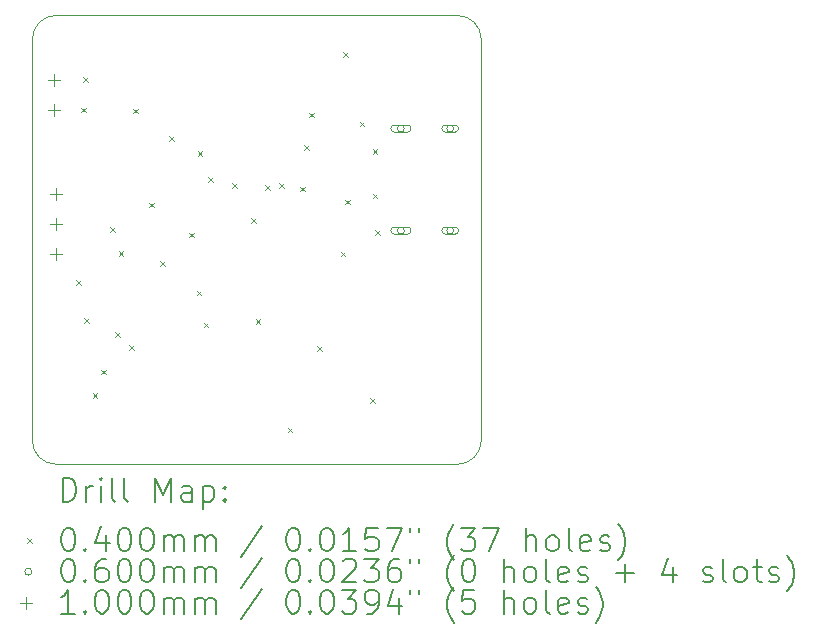
<source format=gbr>
%TF.GenerationSoftware,KiCad,Pcbnew,7.0.10*%
%TF.CreationDate,2024-02-28T00:57:32-06:00*%
%TF.ProjectId,sensingBoard,73656e73-696e-4674-926f-6172642e6b69,rev?*%
%TF.SameCoordinates,Original*%
%TF.FileFunction,Drillmap*%
%TF.FilePolarity,Positive*%
%FSLAX45Y45*%
G04 Gerber Fmt 4.5, Leading zero omitted, Abs format (unit mm)*
G04 Created by KiCad (PCBNEW 7.0.10) date 2024-02-28 00:57:32*
%MOMM*%
%LPD*%
G01*
G04 APERTURE LIST*
%ADD10C,0.100000*%
%ADD11C,0.200000*%
G04 APERTURE END LIST*
D10*
X8800000Y-5200000D02*
X8800000Y-8600000D01*
X8800000Y-5200000D02*
G75*
G03*
X8600000Y-5000000I-200000J0D01*
G01*
X5000000Y-8600000D02*
G75*
G03*
X5200000Y-8800000I200000J0D01*
G01*
X8600000Y-8800000D02*
G75*
G03*
X8800000Y-8600000I0J200000D01*
G01*
X5200000Y-5000000D02*
G75*
G03*
X5000000Y-5200000I0J-200000D01*
G01*
X5200000Y-5000000D02*
X8600000Y-5000000D01*
X5000000Y-8600000D02*
X5000000Y-5200000D01*
X8600000Y-8800000D02*
X5200000Y-8800000D01*
D11*
D10*
X5370000Y-7240000D02*
X5410000Y-7280000D01*
X5410000Y-7240000D02*
X5370000Y-7280000D01*
X5410000Y-5780000D02*
X5450000Y-5820000D01*
X5450000Y-5780000D02*
X5410000Y-5820000D01*
X5430000Y-5520000D02*
X5470000Y-5560000D01*
X5470000Y-5520000D02*
X5430000Y-5560000D01*
X5440000Y-7560000D02*
X5480000Y-7600000D01*
X5480000Y-7560000D02*
X5440000Y-7600000D01*
X5510000Y-8200000D02*
X5550000Y-8240000D01*
X5550000Y-8200000D02*
X5510000Y-8240000D01*
X5580000Y-8000000D02*
X5620000Y-8040000D01*
X5620000Y-8000000D02*
X5580000Y-8040000D01*
X5660000Y-6790000D02*
X5700000Y-6830000D01*
X5700000Y-6790000D02*
X5660000Y-6830000D01*
X5700000Y-7680000D02*
X5740000Y-7720000D01*
X5740000Y-7680000D02*
X5700000Y-7720000D01*
X5730000Y-6998000D02*
X5770000Y-7038000D01*
X5770000Y-6998000D02*
X5730000Y-7038000D01*
X5822000Y-7792500D02*
X5862000Y-7832500D01*
X5862000Y-7792500D02*
X5822000Y-7832500D01*
X5850000Y-5790000D02*
X5890000Y-5830000D01*
X5890000Y-5790000D02*
X5850000Y-5830000D01*
X5990000Y-6584000D02*
X6030000Y-6624000D01*
X6030000Y-6584000D02*
X5990000Y-6624000D01*
X6080000Y-7083000D02*
X6120000Y-7123000D01*
X6120000Y-7083000D02*
X6080000Y-7123000D01*
X6160000Y-6020000D02*
X6200000Y-6060000D01*
X6200000Y-6020000D02*
X6160000Y-6060000D01*
X6330000Y-6838000D02*
X6370000Y-6878000D01*
X6370000Y-6838000D02*
X6330000Y-6878000D01*
X6389844Y-7329844D02*
X6429844Y-7369844D01*
X6429844Y-7329844D02*
X6389844Y-7369844D01*
X6400000Y-6150000D02*
X6440000Y-6190000D01*
X6440000Y-6150000D02*
X6400000Y-6190000D01*
X6450000Y-7600000D02*
X6490000Y-7640000D01*
X6490000Y-7600000D02*
X6450000Y-7640000D01*
X6490000Y-6370000D02*
X6530000Y-6410000D01*
X6530000Y-6370000D02*
X6490000Y-6410000D01*
X6690000Y-6420000D02*
X6730000Y-6460000D01*
X6730000Y-6420000D02*
X6690000Y-6460000D01*
X6852500Y-6715987D02*
X6892500Y-6755987D01*
X6892500Y-6715987D02*
X6852500Y-6755987D01*
X6890000Y-7570000D02*
X6930000Y-7610000D01*
X6930000Y-7570000D02*
X6890000Y-7610000D01*
X6973633Y-6434888D02*
X7013633Y-6474888D01*
X7013633Y-6434888D02*
X6973633Y-6474888D01*
X7092000Y-6420000D02*
X7132000Y-6460000D01*
X7132000Y-6420000D02*
X7092000Y-6460000D01*
X7160000Y-8490000D02*
X7200000Y-8530000D01*
X7200000Y-8490000D02*
X7160000Y-8530000D01*
X7270000Y-6450000D02*
X7310000Y-6490000D01*
X7310000Y-6450000D02*
X7270000Y-6490000D01*
X7300000Y-6100000D02*
X7340000Y-6140000D01*
X7340000Y-6100000D02*
X7300000Y-6140000D01*
X7346000Y-5822000D02*
X7386000Y-5862000D01*
X7386000Y-5822000D02*
X7346000Y-5862000D01*
X7410000Y-7800000D02*
X7450000Y-7840000D01*
X7450000Y-7800000D02*
X7410000Y-7840000D01*
X7610000Y-7000000D02*
X7650000Y-7040000D01*
X7650000Y-7000000D02*
X7610000Y-7040000D01*
X7630000Y-5310000D02*
X7670000Y-5350000D01*
X7670000Y-5310000D02*
X7630000Y-5350000D01*
X7650000Y-6560000D02*
X7690000Y-6600000D01*
X7690000Y-6560000D02*
X7650000Y-6600000D01*
X7770000Y-5900000D02*
X7810000Y-5940000D01*
X7810000Y-5900000D02*
X7770000Y-5940000D01*
X7860000Y-8240000D02*
X7900000Y-8280000D01*
X7900000Y-8240000D02*
X7860000Y-8280000D01*
X7880000Y-6130000D02*
X7920000Y-6170000D01*
X7920000Y-6130000D02*
X7880000Y-6170000D01*
X7880000Y-6510000D02*
X7920000Y-6550000D01*
X7920000Y-6510000D02*
X7880000Y-6550000D01*
X7900000Y-6820000D02*
X7940000Y-6860000D01*
X7940000Y-6820000D02*
X7900000Y-6860000D01*
X8149500Y-5958000D02*
G75*
G03*
X8089500Y-5958000I-30000J0D01*
G01*
X8089500Y-5958000D02*
G75*
G03*
X8149500Y-5958000I30000J0D01*
G01*
X8064500Y-5988000D02*
X8174500Y-5988000D01*
X8174500Y-5988000D02*
G75*
G03*
X8174500Y-5928000I0J30000D01*
G01*
X8174500Y-5928000D02*
X8064500Y-5928000D01*
X8064500Y-5928000D02*
G75*
G03*
X8064500Y-5988000I0J-30000D01*
G01*
X8149500Y-6822000D02*
G75*
G03*
X8089500Y-6822000I-30000J0D01*
G01*
X8089500Y-6822000D02*
G75*
G03*
X8149500Y-6822000I30000J0D01*
G01*
X8064500Y-6852000D02*
X8174500Y-6852000D01*
X8174500Y-6852000D02*
G75*
G03*
X8174500Y-6792000I0J30000D01*
G01*
X8174500Y-6792000D02*
X8064500Y-6792000D01*
X8064500Y-6792000D02*
G75*
G03*
X8064500Y-6852000I0J-30000D01*
G01*
X8567500Y-5958000D02*
G75*
G03*
X8507500Y-5958000I-30000J0D01*
G01*
X8507500Y-5958000D02*
G75*
G03*
X8567500Y-5958000I30000J0D01*
G01*
X8497500Y-5988000D02*
X8577500Y-5988000D01*
X8577500Y-5988000D02*
G75*
G03*
X8577500Y-5928000I0J30000D01*
G01*
X8577500Y-5928000D02*
X8497500Y-5928000D01*
X8497500Y-5928000D02*
G75*
G03*
X8497500Y-5988000I0J-30000D01*
G01*
X8567500Y-6822000D02*
G75*
G03*
X8507500Y-6822000I-30000J0D01*
G01*
X8507500Y-6822000D02*
G75*
G03*
X8567500Y-6822000I30000J0D01*
G01*
X8497500Y-6852000D02*
X8577500Y-6852000D01*
X8577500Y-6852000D02*
G75*
G03*
X8577500Y-6792000I0J30000D01*
G01*
X8577500Y-6792000D02*
X8497500Y-6792000D01*
X8497500Y-6792000D02*
G75*
G03*
X8497500Y-6852000I0J-30000D01*
G01*
X5180000Y-5496000D02*
X5180000Y-5596000D01*
X5130000Y-5546000D02*
X5230000Y-5546000D01*
X5180000Y-5750000D02*
X5180000Y-5850000D01*
X5130000Y-5800000D02*
X5230000Y-5800000D01*
X5200000Y-6460000D02*
X5200000Y-6560000D01*
X5150000Y-6510000D02*
X5250000Y-6510000D01*
X5200000Y-6714000D02*
X5200000Y-6814000D01*
X5150000Y-6764000D02*
X5250000Y-6764000D01*
X5200000Y-6968000D02*
X5200000Y-7068000D01*
X5150000Y-7018000D02*
X5250000Y-7018000D01*
D11*
X5255777Y-9116484D02*
X5255777Y-8916484D01*
X5255777Y-8916484D02*
X5303396Y-8916484D01*
X5303396Y-8916484D02*
X5331967Y-8926008D01*
X5331967Y-8926008D02*
X5351015Y-8945055D01*
X5351015Y-8945055D02*
X5360539Y-8964103D01*
X5360539Y-8964103D02*
X5370063Y-9002198D01*
X5370063Y-9002198D02*
X5370063Y-9030770D01*
X5370063Y-9030770D02*
X5360539Y-9068865D01*
X5360539Y-9068865D02*
X5351015Y-9087912D01*
X5351015Y-9087912D02*
X5331967Y-9106960D01*
X5331967Y-9106960D02*
X5303396Y-9116484D01*
X5303396Y-9116484D02*
X5255777Y-9116484D01*
X5455777Y-9116484D02*
X5455777Y-8983150D01*
X5455777Y-9021246D02*
X5465301Y-9002198D01*
X5465301Y-9002198D02*
X5474824Y-8992674D01*
X5474824Y-8992674D02*
X5493872Y-8983150D01*
X5493872Y-8983150D02*
X5512920Y-8983150D01*
X5579586Y-9116484D02*
X5579586Y-8983150D01*
X5579586Y-8916484D02*
X5570063Y-8926008D01*
X5570063Y-8926008D02*
X5579586Y-8935531D01*
X5579586Y-8935531D02*
X5589110Y-8926008D01*
X5589110Y-8926008D02*
X5579586Y-8916484D01*
X5579586Y-8916484D02*
X5579586Y-8935531D01*
X5703396Y-9116484D02*
X5684348Y-9106960D01*
X5684348Y-9106960D02*
X5674824Y-9087912D01*
X5674824Y-9087912D02*
X5674824Y-8916484D01*
X5808158Y-9116484D02*
X5789110Y-9106960D01*
X5789110Y-9106960D02*
X5779586Y-9087912D01*
X5779586Y-9087912D02*
X5779586Y-8916484D01*
X6036729Y-9116484D02*
X6036729Y-8916484D01*
X6036729Y-8916484D02*
X6103396Y-9059341D01*
X6103396Y-9059341D02*
X6170062Y-8916484D01*
X6170062Y-8916484D02*
X6170062Y-9116484D01*
X6351015Y-9116484D02*
X6351015Y-9011722D01*
X6351015Y-9011722D02*
X6341491Y-8992674D01*
X6341491Y-8992674D02*
X6322443Y-8983150D01*
X6322443Y-8983150D02*
X6284348Y-8983150D01*
X6284348Y-8983150D02*
X6265301Y-8992674D01*
X6351015Y-9106960D02*
X6331967Y-9116484D01*
X6331967Y-9116484D02*
X6284348Y-9116484D01*
X6284348Y-9116484D02*
X6265301Y-9106960D01*
X6265301Y-9106960D02*
X6255777Y-9087912D01*
X6255777Y-9087912D02*
X6255777Y-9068865D01*
X6255777Y-9068865D02*
X6265301Y-9049817D01*
X6265301Y-9049817D02*
X6284348Y-9040293D01*
X6284348Y-9040293D02*
X6331967Y-9040293D01*
X6331967Y-9040293D02*
X6351015Y-9030770D01*
X6446253Y-8983150D02*
X6446253Y-9183150D01*
X6446253Y-8992674D02*
X6465301Y-8983150D01*
X6465301Y-8983150D02*
X6503396Y-8983150D01*
X6503396Y-8983150D02*
X6522443Y-8992674D01*
X6522443Y-8992674D02*
X6531967Y-9002198D01*
X6531967Y-9002198D02*
X6541491Y-9021246D01*
X6541491Y-9021246D02*
X6541491Y-9078389D01*
X6541491Y-9078389D02*
X6531967Y-9097436D01*
X6531967Y-9097436D02*
X6522443Y-9106960D01*
X6522443Y-9106960D02*
X6503396Y-9116484D01*
X6503396Y-9116484D02*
X6465301Y-9116484D01*
X6465301Y-9116484D02*
X6446253Y-9106960D01*
X6627205Y-9097436D02*
X6636729Y-9106960D01*
X6636729Y-9106960D02*
X6627205Y-9116484D01*
X6627205Y-9116484D02*
X6617682Y-9106960D01*
X6617682Y-9106960D02*
X6627205Y-9097436D01*
X6627205Y-9097436D02*
X6627205Y-9116484D01*
X6627205Y-8992674D02*
X6636729Y-9002198D01*
X6636729Y-9002198D02*
X6627205Y-9011722D01*
X6627205Y-9011722D02*
X6617682Y-9002198D01*
X6617682Y-9002198D02*
X6627205Y-8992674D01*
X6627205Y-8992674D02*
X6627205Y-9011722D01*
D10*
X4955000Y-9425000D02*
X4995000Y-9465000D01*
X4995000Y-9425000D02*
X4955000Y-9465000D01*
D11*
X5293872Y-9336484D02*
X5312920Y-9336484D01*
X5312920Y-9336484D02*
X5331967Y-9346008D01*
X5331967Y-9346008D02*
X5341491Y-9355531D01*
X5341491Y-9355531D02*
X5351015Y-9374579D01*
X5351015Y-9374579D02*
X5360539Y-9412674D01*
X5360539Y-9412674D02*
X5360539Y-9460293D01*
X5360539Y-9460293D02*
X5351015Y-9498389D01*
X5351015Y-9498389D02*
X5341491Y-9517436D01*
X5341491Y-9517436D02*
X5331967Y-9526960D01*
X5331967Y-9526960D02*
X5312920Y-9536484D01*
X5312920Y-9536484D02*
X5293872Y-9536484D01*
X5293872Y-9536484D02*
X5274824Y-9526960D01*
X5274824Y-9526960D02*
X5265301Y-9517436D01*
X5265301Y-9517436D02*
X5255777Y-9498389D01*
X5255777Y-9498389D02*
X5246253Y-9460293D01*
X5246253Y-9460293D02*
X5246253Y-9412674D01*
X5246253Y-9412674D02*
X5255777Y-9374579D01*
X5255777Y-9374579D02*
X5265301Y-9355531D01*
X5265301Y-9355531D02*
X5274824Y-9346008D01*
X5274824Y-9346008D02*
X5293872Y-9336484D01*
X5446253Y-9517436D02*
X5455777Y-9526960D01*
X5455777Y-9526960D02*
X5446253Y-9536484D01*
X5446253Y-9536484D02*
X5436729Y-9526960D01*
X5436729Y-9526960D02*
X5446253Y-9517436D01*
X5446253Y-9517436D02*
X5446253Y-9536484D01*
X5627205Y-9403150D02*
X5627205Y-9536484D01*
X5579586Y-9326960D02*
X5531967Y-9469817D01*
X5531967Y-9469817D02*
X5655777Y-9469817D01*
X5770062Y-9336484D02*
X5789110Y-9336484D01*
X5789110Y-9336484D02*
X5808158Y-9346008D01*
X5808158Y-9346008D02*
X5817682Y-9355531D01*
X5817682Y-9355531D02*
X5827205Y-9374579D01*
X5827205Y-9374579D02*
X5836729Y-9412674D01*
X5836729Y-9412674D02*
X5836729Y-9460293D01*
X5836729Y-9460293D02*
X5827205Y-9498389D01*
X5827205Y-9498389D02*
X5817682Y-9517436D01*
X5817682Y-9517436D02*
X5808158Y-9526960D01*
X5808158Y-9526960D02*
X5789110Y-9536484D01*
X5789110Y-9536484D02*
X5770062Y-9536484D01*
X5770062Y-9536484D02*
X5751015Y-9526960D01*
X5751015Y-9526960D02*
X5741491Y-9517436D01*
X5741491Y-9517436D02*
X5731967Y-9498389D01*
X5731967Y-9498389D02*
X5722443Y-9460293D01*
X5722443Y-9460293D02*
X5722443Y-9412674D01*
X5722443Y-9412674D02*
X5731967Y-9374579D01*
X5731967Y-9374579D02*
X5741491Y-9355531D01*
X5741491Y-9355531D02*
X5751015Y-9346008D01*
X5751015Y-9346008D02*
X5770062Y-9336484D01*
X5960539Y-9336484D02*
X5979586Y-9336484D01*
X5979586Y-9336484D02*
X5998634Y-9346008D01*
X5998634Y-9346008D02*
X6008158Y-9355531D01*
X6008158Y-9355531D02*
X6017682Y-9374579D01*
X6017682Y-9374579D02*
X6027205Y-9412674D01*
X6027205Y-9412674D02*
X6027205Y-9460293D01*
X6027205Y-9460293D02*
X6017682Y-9498389D01*
X6017682Y-9498389D02*
X6008158Y-9517436D01*
X6008158Y-9517436D02*
X5998634Y-9526960D01*
X5998634Y-9526960D02*
X5979586Y-9536484D01*
X5979586Y-9536484D02*
X5960539Y-9536484D01*
X5960539Y-9536484D02*
X5941491Y-9526960D01*
X5941491Y-9526960D02*
X5931967Y-9517436D01*
X5931967Y-9517436D02*
X5922443Y-9498389D01*
X5922443Y-9498389D02*
X5912920Y-9460293D01*
X5912920Y-9460293D02*
X5912920Y-9412674D01*
X5912920Y-9412674D02*
X5922443Y-9374579D01*
X5922443Y-9374579D02*
X5931967Y-9355531D01*
X5931967Y-9355531D02*
X5941491Y-9346008D01*
X5941491Y-9346008D02*
X5960539Y-9336484D01*
X6112920Y-9536484D02*
X6112920Y-9403150D01*
X6112920Y-9422198D02*
X6122443Y-9412674D01*
X6122443Y-9412674D02*
X6141491Y-9403150D01*
X6141491Y-9403150D02*
X6170063Y-9403150D01*
X6170063Y-9403150D02*
X6189110Y-9412674D01*
X6189110Y-9412674D02*
X6198634Y-9431722D01*
X6198634Y-9431722D02*
X6198634Y-9536484D01*
X6198634Y-9431722D02*
X6208158Y-9412674D01*
X6208158Y-9412674D02*
X6227205Y-9403150D01*
X6227205Y-9403150D02*
X6255777Y-9403150D01*
X6255777Y-9403150D02*
X6274824Y-9412674D01*
X6274824Y-9412674D02*
X6284348Y-9431722D01*
X6284348Y-9431722D02*
X6284348Y-9536484D01*
X6379586Y-9536484D02*
X6379586Y-9403150D01*
X6379586Y-9422198D02*
X6389110Y-9412674D01*
X6389110Y-9412674D02*
X6408158Y-9403150D01*
X6408158Y-9403150D02*
X6436729Y-9403150D01*
X6436729Y-9403150D02*
X6455777Y-9412674D01*
X6455777Y-9412674D02*
X6465301Y-9431722D01*
X6465301Y-9431722D02*
X6465301Y-9536484D01*
X6465301Y-9431722D02*
X6474824Y-9412674D01*
X6474824Y-9412674D02*
X6493872Y-9403150D01*
X6493872Y-9403150D02*
X6522443Y-9403150D01*
X6522443Y-9403150D02*
X6541491Y-9412674D01*
X6541491Y-9412674D02*
X6551015Y-9431722D01*
X6551015Y-9431722D02*
X6551015Y-9536484D01*
X6941491Y-9326960D02*
X6770063Y-9584103D01*
X7198634Y-9336484D02*
X7217682Y-9336484D01*
X7217682Y-9336484D02*
X7236729Y-9346008D01*
X7236729Y-9346008D02*
X7246253Y-9355531D01*
X7246253Y-9355531D02*
X7255777Y-9374579D01*
X7255777Y-9374579D02*
X7265301Y-9412674D01*
X7265301Y-9412674D02*
X7265301Y-9460293D01*
X7265301Y-9460293D02*
X7255777Y-9498389D01*
X7255777Y-9498389D02*
X7246253Y-9517436D01*
X7246253Y-9517436D02*
X7236729Y-9526960D01*
X7236729Y-9526960D02*
X7217682Y-9536484D01*
X7217682Y-9536484D02*
X7198634Y-9536484D01*
X7198634Y-9536484D02*
X7179586Y-9526960D01*
X7179586Y-9526960D02*
X7170063Y-9517436D01*
X7170063Y-9517436D02*
X7160539Y-9498389D01*
X7160539Y-9498389D02*
X7151015Y-9460293D01*
X7151015Y-9460293D02*
X7151015Y-9412674D01*
X7151015Y-9412674D02*
X7160539Y-9374579D01*
X7160539Y-9374579D02*
X7170063Y-9355531D01*
X7170063Y-9355531D02*
X7179586Y-9346008D01*
X7179586Y-9346008D02*
X7198634Y-9336484D01*
X7351015Y-9517436D02*
X7360539Y-9526960D01*
X7360539Y-9526960D02*
X7351015Y-9536484D01*
X7351015Y-9536484D02*
X7341491Y-9526960D01*
X7341491Y-9526960D02*
X7351015Y-9517436D01*
X7351015Y-9517436D02*
X7351015Y-9536484D01*
X7484348Y-9336484D02*
X7503396Y-9336484D01*
X7503396Y-9336484D02*
X7522444Y-9346008D01*
X7522444Y-9346008D02*
X7531967Y-9355531D01*
X7531967Y-9355531D02*
X7541491Y-9374579D01*
X7541491Y-9374579D02*
X7551015Y-9412674D01*
X7551015Y-9412674D02*
X7551015Y-9460293D01*
X7551015Y-9460293D02*
X7541491Y-9498389D01*
X7541491Y-9498389D02*
X7531967Y-9517436D01*
X7531967Y-9517436D02*
X7522444Y-9526960D01*
X7522444Y-9526960D02*
X7503396Y-9536484D01*
X7503396Y-9536484D02*
X7484348Y-9536484D01*
X7484348Y-9536484D02*
X7465301Y-9526960D01*
X7465301Y-9526960D02*
X7455777Y-9517436D01*
X7455777Y-9517436D02*
X7446253Y-9498389D01*
X7446253Y-9498389D02*
X7436729Y-9460293D01*
X7436729Y-9460293D02*
X7436729Y-9412674D01*
X7436729Y-9412674D02*
X7446253Y-9374579D01*
X7446253Y-9374579D02*
X7455777Y-9355531D01*
X7455777Y-9355531D02*
X7465301Y-9346008D01*
X7465301Y-9346008D02*
X7484348Y-9336484D01*
X7741491Y-9536484D02*
X7627206Y-9536484D01*
X7684348Y-9536484D02*
X7684348Y-9336484D01*
X7684348Y-9336484D02*
X7665301Y-9365055D01*
X7665301Y-9365055D02*
X7646253Y-9384103D01*
X7646253Y-9384103D02*
X7627206Y-9393627D01*
X7922444Y-9336484D02*
X7827206Y-9336484D01*
X7827206Y-9336484D02*
X7817682Y-9431722D01*
X7817682Y-9431722D02*
X7827206Y-9422198D01*
X7827206Y-9422198D02*
X7846253Y-9412674D01*
X7846253Y-9412674D02*
X7893872Y-9412674D01*
X7893872Y-9412674D02*
X7912920Y-9422198D01*
X7912920Y-9422198D02*
X7922444Y-9431722D01*
X7922444Y-9431722D02*
X7931967Y-9450770D01*
X7931967Y-9450770D02*
X7931967Y-9498389D01*
X7931967Y-9498389D02*
X7922444Y-9517436D01*
X7922444Y-9517436D02*
X7912920Y-9526960D01*
X7912920Y-9526960D02*
X7893872Y-9536484D01*
X7893872Y-9536484D02*
X7846253Y-9536484D01*
X7846253Y-9536484D02*
X7827206Y-9526960D01*
X7827206Y-9526960D02*
X7817682Y-9517436D01*
X7998634Y-9336484D02*
X8131967Y-9336484D01*
X8131967Y-9336484D02*
X8046253Y-9536484D01*
X8198634Y-9336484D02*
X8198634Y-9374579D01*
X8274825Y-9336484D02*
X8274825Y-9374579D01*
X8570063Y-9612674D02*
X8560539Y-9603150D01*
X8560539Y-9603150D02*
X8541491Y-9574579D01*
X8541491Y-9574579D02*
X8531968Y-9555531D01*
X8531968Y-9555531D02*
X8522444Y-9526960D01*
X8522444Y-9526960D02*
X8512920Y-9479341D01*
X8512920Y-9479341D02*
X8512920Y-9441246D01*
X8512920Y-9441246D02*
X8522444Y-9393627D01*
X8522444Y-9393627D02*
X8531968Y-9365055D01*
X8531968Y-9365055D02*
X8541491Y-9346008D01*
X8541491Y-9346008D02*
X8560539Y-9317436D01*
X8560539Y-9317436D02*
X8570063Y-9307912D01*
X8627206Y-9336484D02*
X8751015Y-9336484D01*
X8751015Y-9336484D02*
X8684349Y-9412674D01*
X8684349Y-9412674D02*
X8712920Y-9412674D01*
X8712920Y-9412674D02*
X8731968Y-9422198D01*
X8731968Y-9422198D02*
X8741491Y-9431722D01*
X8741491Y-9431722D02*
X8751015Y-9450770D01*
X8751015Y-9450770D02*
X8751015Y-9498389D01*
X8751015Y-9498389D02*
X8741491Y-9517436D01*
X8741491Y-9517436D02*
X8731968Y-9526960D01*
X8731968Y-9526960D02*
X8712920Y-9536484D01*
X8712920Y-9536484D02*
X8655777Y-9536484D01*
X8655777Y-9536484D02*
X8636730Y-9526960D01*
X8636730Y-9526960D02*
X8627206Y-9517436D01*
X8817682Y-9336484D02*
X8951015Y-9336484D01*
X8951015Y-9336484D02*
X8865301Y-9536484D01*
X9179587Y-9536484D02*
X9179587Y-9336484D01*
X9265301Y-9536484D02*
X9265301Y-9431722D01*
X9265301Y-9431722D02*
X9255777Y-9412674D01*
X9255777Y-9412674D02*
X9236730Y-9403150D01*
X9236730Y-9403150D02*
X9208158Y-9403150D01*
X9208158Y-9403150D02*
X9189111Y-9412674D01*
X9189111Y-9412674D02*
X9179587Y-9422198D01*
X9389111Y-9536484D02*
X9370063Y-9526960D01*
X9370063Y-9526960D02*
X9360539Y-9517436D01*
X9360539Y-9517436D02*
X9351015Y-9498389D01*
X9351015Y-9498389D02*
X9351015Y-9441246D01*
X9351015Y-9441246D02*
X9360539Y-9422198D01*
X9360539Y-9422198D02*
X9370063Y-9412674D01*
X9370063Y-9412674D02*
X9389111Y-9403150D01*
X9389111Y-9403150D02*
X9417682Y-9403150D01*
X9417682Y-9403150D02*
X9436730Y-9412674D01*
X9436730Y-9412674D02*
X9446253Y-9422198D01*
X9446253Y-9422198D02*
X9455777Y-9441246D01*
X9455777Y-9441246D02*
X9455777Y-9498389D01*
X9455777Y-9498389D02*
X9446253Y-9517436D01*
X9446253Y-9517436D02*
X9436730Y-9526960D01*
X9436730Y-9526960D02*
X9417682Y-9536484D01*
X9417682Y-9536484D02*
X9389111Y-9536484D01*
X9570063Y-9536484D02*
X9551015Y-9526960D01*
X9551015Y-9526960D02*
X9541492Y-9507912D01*
X9541492Y-9507912D02*
X9541492Y-9336484D01*
X9722444Y-9526960D02*
X9703396Y-9536484D01*
X9703396Y-9536484D02*
X9665301Y-9536484D01*
X9665301Y-9536484D02*
X9646253Y-9526960D01*
X9646253Y-9526960D02*
X9636730Y-9507912D01*
X9636730Y-9507912D02*
X9636730Y-9431722D01*
X9636730Y-9431722D02*
X9646253Y-9412674D01*
X9646253Y-9412674D02*
X9665301Y-9403150D01*
X9665301Y-9403150D02*
X9703396Y-9403150D01*
X9703396Y-9403150D02*
X9722444Y-9412674D01*
X9722444Y-9412674D02*
X9731968Y-9431722D01*
X9731968Y-9431722D02*
X9731968Y-9450770D01*
X9731968Y-9450770D02*
X9636730Y-9469817D01*
X9808158Y-9526960D02*
X9827206Y-9536484D01*
X9827206Y-9536484D02*
X9865301Y-9536484D01*
X9865301Y-9536484D02*
X9884349Y-9526960D01*
X9884349Y-9526960D02*
X9893873Y-9507912D01*
X9893873Y-9507912D02*
X9893873Y-9498389D01*
X9893873Y-9498389D02*
X9884349Y-9479341D01*
X9884349Y-9479341D02*
X9865301Y-9469817D01*
X9865301Y-9469817D02*
X9836730Y-9469817D01*
X9836730Y-9469817D02*
X9817682Y-9460293D01*
X9817682Y-9460293D02*
X9808158Y-9441246D01*
X9808158Y-9441246D02*
X9808158Y-9431722D01*
X9808158Y-9431722D02*
X9817682Y-9412674D01*
X9817682Y-9412674D02*
X9836730Y-9403150D01*
X9836730Y-9403150D02*
X9865301Y-9403150D01*
X9865301Y-9403150D02*
X9884349Y-9412674D01*
X9960539Y-9612674D02*
X9970063Y-9603150D01*
X9970063Y-9603150D02*
X9989111Y-9574579D01*
X9989111Y-9574579D02*
X9998634Y-9555531D01*
X9998634Y-9555531D02*
X10008158Y-9526960D01*
X10008158Y-9526960D02*
X10017682Y-9479341D01*
X10017682Y-9479341D02*
X10017682Y-9441246D01*
X10017682Y-9441246D02*
X10008158Y-9393627D01*
X10008158Y-9393627D02*
X9998634Y-9365055D01*
X9998634Y-9365055D02*
X9989111Y-9346008D01*
X9989111Y-9346008D02*
X9970063Y-9317436D01*
X9970063Y-9317436D02*
X9960539Y-9307912D01*
D10*
X4995000Y-9709000D02*
G75*
G03*
X4935000Y-9709000I-30000J0D01*
G01*
X4935000Y-9709000D02*
G75*
G03*
X4995000Y-9709000I30000J0D01*
G01*
D11*
X5293872Y-9600484D02*
X5312920Y-9600484D01*
X5312920Y-9600484D02*
X5331967Y-9610008D01*
X5331967Y-9610008D02*
X5341491Y-9619531D01*
X5341491Y-9619531D02*
X5351015Y-9638579D01*
X5351015Y-9638579D02*
X5360539Y-9676674D01*
X5360539Y-9676674D02*
X5360539Y-9724293D01*
X5360539Y-9724293D02*
X5351015Y-9762389D01*
X5351015Y-9762389D02*
X5341491Y-9781436D01*
X5341491Y-9781436D02*
X5331967Y-9790960D01*
X5331967Y-9790960D02*
X5312920Y-9800484D01*
X5312920Y-9800484D02*
X5293872Y-9800484D01*
X5293872Y-9800484D02*
X5274824Y-9790960D01*
X5274824Y-9790960D02*
X5265301Y-9781436D01*
X5265301Y-9781436D02*
X5255777Y-9762389D01*
X5255777Y-9762389D02*
X5246253Y-9724293D01*
X5246253Y-9724293D02*
X5246253Y-9676674D01*
X5246253Y-9676674D02*
X5255777Y-9638579D01*
X5255777Y-9638579D02*
X5265301Y-9619531D01*
X5265301Y-9619531D02*
X5274824Y-9610008D01*
X5274824Y-9610008D02*
X5293872Y-9600484D01*
X5446253Y-9781436D02*
X5455777Y-9790960D01*
X5455777Y-9790960D02*
X5446253Y-9800484D01*
X5446253Y-9800484D02*
X5436729Y-9790960D01*
X5436729Y-9790960D02*
X5446253Y-9781436D01*
X5446253Y-9781436D02*
X5446253Y-9800484D01*
X5627205Y-9600484D02*
X5589110Y-9600484D01*
X5589110Y-9600484D02*
X5570063Y-9610008D01*
X5570063Y-9610008D02*
X5560539Y-9619531D01*
X5560539Y-9619531D02*
X5541491Y-9648103D01*
X5541491Y-9648103D02*
X5531967Y-9686198D01*
X5531967Y-9686198D02*
X5531967Y-9762389D01*
X5531967Y-9762389D02*
X5541491Y-9781436D01*
X5541491Y-9781436D02*
X5551015Y-9790960D01*
X5551015Y-9790960D02*
X5570063Y-9800484D01*
X5570063Y-9800484D02*
X5608158Y-9800484D01*
X5608158Y-9800484D02*
X5627205Y-9790960D01*
X5627205Y-9790960D02*
X5636729Y-9781436D01*
X5636729Y-9781436D02*
X5646253Y-9762389D01*
X5646253Y-9762389D02*
X5646253Y-9714770D01*
X5646253Y-9714770D02*
X5636729Y-9695722D01*
X5636729Y-9695722D02*
X5627205Y-9686198D01*
X5627205Y-9686198D02*
X5608158Y-9676674D01*
X5608158Y-9676674D02*
X5570063Y-9676674D01*
X5570063Y-9676674D02*
X5551015Y-9686198D01*
X5551015Y-9686198D02*
X5541491Y-9695722D01*
X5541491Y-9695722D02*
X5531967Y-9714770D01*
X5770062Y-9600484D02*
X5789110Y-9600484D01*
X5789110Y-9600484D02*
X5808158Y-9610008D01*
X5808158Y-9610008D02*
X5817682Y-9619531D01*
X5817682Y-9619531D02*
X5827205Y-9638579D01*
X5827205Y-9638579D02*
X5836729Y-9676674D01*
X5836729Y-9676674D02*
X5836729Y-9724293D01*
X5836729Y-9724293D02*
X5827205Y-9762389D01*
X5827205Y-9762389D02*
X5817682Y-9781436D01*
X5817682Y-9781436D02*
X5808158Y-9790960D01*
X5808158Y-9790960D02*
X5789110Y-9800484D01*
X5789110Y-9800484D02*
X5770062Y-9800484D01*
X5770062Y-9800484D02*
X5751015Y-9790960D01*
X5751015Y-9790960D02*
X5741491Y-9781436D01*
X5741491Y-9781436D02*
X5731967Y-9762389D01*
X5731967Y-9762389D02*
X5722443Y-9724293D01*
X5722443Y-9724293D02*
X5722443Y-9676674D01*
X5722443Y-9676674D02*
X5731967Y-9638579D01*
X5731967Y-9638579D02*
X5741491Y-9619531D01*
X5741491Y-9619531D02*
X5751015Y-9610008D01*
X5751015Y-9610008D02*
X5770062Y-9600484D01*
X5960539Y-9600484D02*
X5979586Y-9600484D01*
X5979586Y-9600484D02*
X5998634Y-9610008D01*
X5998634Y-9610008D02*
X6008158Y-9619531D01*
X6008158Y-9619531D02*
X6017682Y-9638579D01*
X6017682Y-9638579D02*
X6027205Y-9676674D01*
X6027205Y-9676674D02*
X6027205Y-9724293D01*
X6027205Y-9724293D02*
X6017682Y-9762389D01*
X6017682Y-9762389D02*
X6008158Y-9781436D01*
X6008158Y-9781436D02*
X5998634Y-9790960D01*
X5998634Y-9790960D02*
X5979586Y-9800484D01*
X5979586Y-9800484D02*
X5960539Y-9800484D01*
X5960539Y-9800484D02*
X5941491Y-9790960D01*
X5941491Y-9790960D02*
X5931967Y-9781436D01*
X5931967Y-9781436D02*
X5922443Y-9762389D01*
X5922443Y-9762389D02*
X5912920Y-9724293D01*
X5912920Y-9724293D02*
X5912920Y-9676674D01*
X5912920Y-9676674D02*
X5922443Y-9638579D01*
X5922443Y-9638579D02*
X5931967Y-9619531D01*
X5931967Y-9619531D02*
X5941491Y-9610008D01*
X5941491Y-9610008D02*
X5960539Y-9600484D01*
X6112920Y-9800484D02*
X6112920Y-9667150D01*
X6112920Y-9686198D02*
X6122443Y-9676674D01*
X6122443Y-9676674D02*
X6141491Y-9667150D01*
X6141491Y-9667150D02*
X6170063Y-9667150D01*
X6170063Y-9667150D02*
X6189110Y-9676674D01*
X6189110Y-9676674D02*
X6198634Y-9695722D01*
X6198634Y-9695722D02*
X6198634Y-9800484D01*
X6198634Y-9695722D02*
X6208158Y-9676674D01*
X6208158Y-9676674D02*
X6227205Y-9667150D01*
X6227205Y-9667150D02*
X6255777Y-9667150D01*
X6255777Y-9667150D02*
X6274824Y-9676674D01*
X6274824Y-9676674D02*
X6284348Y-9695722D01*
X6284348Y-9695722D02*
X6284348Y-9800484D01*
X6379586Y-9800484D02*
X6379586Y-9667150D01*
X6379586Y-9686198D02*
X6389110Y-9676674D01*
X6389110Y-9676674D02*
X6408158Y-9667150D01*
X6408158Y-9667150D02*
X6436729Y-9667150D01*
X6436729Y-9667150D02*
X6455777Y-9676674D01*
X6455777Y-9676674D02*
X6465301Y-9695722D01*
X6465301Y-9695722D02*
X6465301Y-9800484D01*
X6465301Y-9695722D02*
X6474824Y-9676674D01*
X6474824Y-9676674D02*
X6493872Y-9667150D01*
X6493872Y-9667150D02*
X6522443Y-9667150D01*
X6522443Y-9667150D02*
X6541491Y-9676674D01*
X6541491Y-9676674D02*
X6551015Y-9695722D01*
X6551015Y-9695722D02*
X6551015Y-9800484D01*
X6941491Y-9590960D02*
X6770063Y-9848103D01*
X7198634Y-9600484D02*
X7217682Y-9600484D01*
X7217682Y-9600484D02*
X7236729Y-9610008D01*
X7236729Y-9610008D02*
X7246253Y-9619531D01*
X7246253Y-9619531D02*
X7255777Y-9638579D01*
X7255777Y-9638579D02*
X7265301Y-9676674D01*
X7265301Y-9676674D02*
X7265301Y-9724293D01*
X7265301Y-9724293D02*
X7255777Y-9762389D01*
X7255777Y-9762389D02*
X7246253Y-9781436D01*
X7246253Y-9781436D02*
X7236729Y-9790960D01*
X7236729Y-9790960D02*
X7217682Y-9800484D01*
X7217682Y-9800484D02*
X7198634Y-9800484D01*
X7198634Y-9800484D02*
X7179586Y-9790960D01*
X7179586Y-9790960D02*
X7170063Y-9781436D01*
X7170063Y-9781436D02*
X7160539Y-9762389D01*
X7160539Y-9762389D02*
X7151015Y-9724293D01*
X7151015Y-9724293D02*
X7151015Y-9676674D01*
X7151015Y-9676674D02*
X7160539Y-9638579D01*
X7160539Y-9638579D02*
X7170063Y-9619531D01*
X7170063Y-9619531D02*
X7179586Y-9610008D01*
X7179586Y-9610008D02*
X7198634Y-9600484D01*
X7351015Y-9781436D02*
X7360539Y-9790960D01*
X7360539Y-9790960D02*
X7351015Y-9800484D01*
X7351015Y-9800484D02*
X7341491Y-9790960D01*
X7341491Y-9790960D02*
X7351015Y-9781436D01*
X7351015Y-9781436D02*
X7351015Y-9800484D01*
X7484348Y-9600484D02*
X7503396Y-9600484D01*
X7503396Y-9600484D02*
X7522444Y-9610008D01*
X7522444Y-9610008D02*
X7531967Y-9619531D01*
X7531967Y-9619531D02*
X7541491Y-9638579D01*
X7541491Y-9638579D02*
X7551015Y-9676674D01*
X7551015Y-9676674D02*
X7551015Y-9724293D01*
X7551015Y-9724293D02*
X7541491Y-9762389D01*
X7541491Y-9762389D02*
X7531967Y-9781436D01*
X7531967Y-9781436D02*
X7522444Y-9790960D01*
X7522444Y-9790960D02*
X7503396Y-9800484D01*
X7503396Y-9800484D02*
X7484348Y-9800484D01*
X7484348Y-9800484D02*
X7465301Y-9790960D01*
X7465301Y-9790960D02*
X7455777Y-9781436D01*
X7455777Y-9781436D02*
X7446253Y-9762389D01*
X7446253Y-9762389D02*
X7436729Y-9724293D01*
X7436729Y-9724293D02*
X7436729Y-9676674D01*
X7436729Y-9676674D02*
X7446253Y-9638579D01*
X7446253Y-9638579D02*
X7455777Y-9619531D01*
X7455777Y-9619531D02*
X7465301Y-9610008D01*
X7465301Y-9610008D02*
X7484348Y-9600484D01*
X7627206Y-9619531D02*
X7636729Y-9610008D01*
X7636729Y-9610008D02*
X7655777Y-9600484D01*
X7655777Y-9600484D02*
X7703396Y-9600484D01*
X7703396Y-9600484D02*
X7722444Y-9610008D01*
X7722444Y-9610008D02*
X7731967Y-9619531D01*
X7731967Y-9619531D02*
X7741491Y-9638579D01*
X7741491Y-9638579D02*
X7741491Y-9657627D01*
X7741491Y-9657627D02*
X7731967Y-9686198D01*
X7731967Y-9686198D02*
X7617682Y-9800484D01*
X7617682Y-9800484D02*
X7741491Y-9800484D01*
X7808158Y-9600484D02*
X7931967Y-9600484D01*
X7931967Y-9600484D02*
X7865301Y-9676674D01*
X7865301Y-9676674D02*
X7893872Y-9676674D01*
X7893872Y-9676674D02*
X7912920Y-9686198D01*
X7912920Y-9686198D02*
X7922444Y-9695722D01*
X7922444Y-9695722D02*
X7931967Y-9714770D01*
X7931967Y-9714770D02*
X7931967Y-9762389D01*
X7931967Y-9762389D02*
X7922444Y-9781436D01*
X7922444Y-9781436D02*
X7912920Y-9790960D01*
X7912920Y-9790960D02*
X7893872Y-9800484D01*
X7893872Y-9800484D02*
X7836729Y-9800484D01*
X7836729Y-9800484D02*
X7817682Y-9790960D01*
X7817682Y-9790960D02*
X7808158Y-9781436D01*
X8103396Y-9600484D02*
X8065301Y-9600484D01*
X8065301Y-9600484D02*
X8046253Y-9610008D01*
X8046253Y-9610008D02*
X8036729Y-9619531D01*
X8036729Y-9619531D02*
X8017682Y-9648103D01*
X8017682Y-9648103D02*
X8008158Y-9686198D01*
X8008158Y-9686198D02*
X8008158Y-9762389D01*
X8008158Y-9762389D02*
X8017682Y-9781436D01*
X8017682Y-9781436D02*
X8027206Y-9790960D01*
X8027206Y-9790960D02*
X8046253Y-9800484D01*
X8046253Y-9800484D02*
X8084348Y-9800484D01*
X8084348Y-9800484D02*
X8103396Y-9790960D01*
X8103396Y-9790960D02*
X8112920Y-9781436D01*
X8112920Y-9781436D02*
X8122444Y-9762389D01*
X8122444Y-9762389D02*
X8122444Y-9714770D01*
X8122444Y-9714770D02*
X8112920Y-9695722D01*
X8112920Y-9695722D02*
X8103396Y-9686198D01*
X8103396Y-9686198D02*
X8084348Y-9676674D01*
X8084348Y-9676674D02*
X8046253Y-9676674D01*
X8046253Y-9676674D02*
X8027206Y-9686198D01*
X8027206Y-9686198D02*
X8017682Y-9695722D01*
X8017682Y-9695722D02*
X8008158Y-9714770D01*
X8198634Y-9600484D02*
X8198634Y-9638579D01*
X8274825Y-9600484D02*
X8274825Y-9638579D01*
X8570063Y-9876674D02*
X8560539Y-9867150D01*
X8560539Y-9867150D02*
X8541491Y-9838579D01*
X8541491Y-9838579D02*
X8531968Y-9819531D01*
X8531968Y-9819531D02*
X8522444Y-9790960D01*
X8522444Y-9790960D02*
X8512920Y-9743341D01*
X8512920Y-9743341D02*
X8512920Y-9705246D01*
X8512920Y-9705246D02*
X8522444Y-9657627D01*
X8522444Y-9657627D02*
X8531968Y-9629055D01*
X8531968Y-9629055D02*
X8541491Y-9610008D01*
X8541491Y-9610008D02*
X8560539Y-9581436D01*
X8560539Y-9581436D02*
X8570063Y-9571912D01*
X8684349Y-9600484D02*
X8703396Y-9600484D01*
X8703396Y-9600484D02*
X8722444Y-9610008D01*
X8722444Y-9610008D02*
X8731968Y-9619531D01*
X8731968Y-9619531D02*
X8741491Y-9638579D01*
X8741491Y-9638579D02*
X8751015Y-9676674D01*
X8751015Y-9676674D02*
X8751015Y-9724293D01*
X8751015Y-9724293D02*
X8741491Y-9762389D01*
X8741491Y-9762389D02*
X8731968Y-9781436D01*
X8731968Y-9781436D02*
X8722444Y-9790960D01*
X8722444Y-9790960D02*
X8703396Y-9800484D01*
X8703396Y-9800484D02*
X8684349Y-9800484D01*
X8684349Y-9800484D02*
X8665301Y-9790960D01*
X8665301Y-9790960D02*
X8655777Y-9781436D01*
X8655777Y-9781436D02*
X8646253Y-9762389D01*
X8646253Y-9762389D02*
X8636730Y-9724293D01*
X8636730Y-9724293D02*
X8636730Y-9676674D01*
X8636730Y-9676674D02*
X8646253Y-9638579D01*
X8646253Y-9638579D02*
X8655777Y-9619531D01*
X8655777Y-9619531D02*
X8665301Y-9610008D01*
X8665301Y-9610008D02*
X8684349Y-9600484D01*
X8989111Y-9800484D02*
X8989111Y-9600484D01*
X9074825Y-9800484D02*
X9074825Y-9695722D01*
X9074825Y-9695722D02*
X9065301Y-9676674D01*
X9065301Y-9676674D02*
X9046253Y-9667150D01*
X9046253Y-9667150D02*
X9017682Y-9667150D01*
X9017682Y-9667150D02*
X8998634Y-9676674D01*
X8998634Y-9676674D02*
X8989111Y-9686198D01*
X9198634Y-9800484D02*
X9179587Y-9790960D01*
X9179587Y-9790960D02*
X9170063Y-9781436D01*
X9170063Y-9781436D02*
X9160539Y-9762389D01*
X9160539Y-9762389D02*
X9160539Y-9705246D01*
X9160539Y-9705246D02*
X9170063Y-9686198D01*
X9170063Y-9686198D02*
X9179587Y-9676674D01*
X9179587Y-9676674D02*
X9198634Y-9667150D01*
X9198634Y-9667150D02*
X9227206Y-9667150D01*
X9227206Y-9667150D02*
X9246253Y-9676674D01*
X9246253Y-9676674D02*
X9255777Y-9686198D01*
X9255777Y-9686198D02*
X9265301Y-9705246D01*
X9265301Y-9705246D02*
X9265301Y-9762389D01*
X9265301Y-9762389D02*
X9255777Y-9781436D01*
X9255777Y-9781436D02*
X9246253Y-9790960D01*
X9246253Y-9790960D02*
X9227206Y-9800484D01*
X9227206Y-9800484D02*
X9198634Y-9800484D01*
X9379587Y-9800484D02*
X9360539Y-9790960D01*
X9360539Y-9790960D02*
X9351015Y-9771912D01*
X9351015Y-9771912D02*
X9351015Y-9600484D01*
X9531968Y-9790960D02*
X9512920Y-9800484D01*
X9512920Y-9800484D02*
X9474825Y-9800484D01*
X9474825Y-9800484D02*
X9455777Y-9790960D01*
X9455777Y-9790960D02*
X9446253Y-9771912D01*
X9446253Y-9771912D02*
X9446253Y-9695722D01*
X9446253Y-9695722D02*
X9455777Y-9676674D01*
X9455777Y-9676674D02*
X9474825Y-9667150D01*
X9474825Y-9667150D02*
X9512920Y-9667150D01*
X9512920Y-9667150D02*
X9531968Y-9676674D01*
X9531968Y-9676674D02*
X9541492Y-9695722D01*
X9541492Y-9695722D02*
X9541492Y-9714770D01*
X9541492Y-9714770D02*
X9446253Y-9733817D01*
X9617682Y-9790960D02*
X9636730Y-9800484D01*
X9636730Y-9800484D02*
X9674825Y-9800484D01*
X9674825Y-9800484D02*
X9693873Y-9790960D01*
X9693873Y-9790960D02*
X9703396Y-9771912D01*
X9703396Y-9771912D02*
X9703396Y-9762389D01*
X9703396Y-9762389D02*
X9693873Y-9743341D01*
X9693873Y-9743341D02*
X9674825Y-9733817D01*
X9674825Y-9733817D02*
X9646253Y-9733817D01*
X9646253Y-9733817D02*
X9627206Y-9724293D01*
X9627206Y-9724293D02*
X9617682Y-9705246D01*
X9617682Y-9705246D02*
X9617682Y-9695722D01*
X9617682Y-9695722D02*
X9627206Y-9676674D01*
X9627206Y-9676674D02*
X9646253Y-9667150D01*
X9646253Y-9667150D02*
X9674825Y-9667150D01*
X9674825Y-9667150D02*
X9693873Y-9676674D01*
X9941492Y-9724293D02*
X10093873Y-9724293D01*
X10017682Y-9800484D02*
X10017682Y-9648103D01*
X10427206Y-9667150D02*
X10427206Y-9800484D01*
X10379587Y-9590960D02*
X10331968Y-9733817D01*
X10331968Y-9733817D02*
X10455777Y-9733817D01*
X10674825Y-9790960D02*
X10693873Y-9800484D01*
X10693873Y-9800484D02*
X10731968Y-9800484D01*
X10731968Y-9800484D02*
X10751016Y-9790960D01*
X10751016Y-9790960D02*
X10760539Y-9771912D01*
X10760539Y-9771912D02*
X10760539Y-9762389D01*
X10760539Y-9762389D02*
X10751016Y-9743341D01*
X10751016Y-9743341D02*
X10731968Y-9733817D01*
X10731968Y-9733817D02*
X10703396Y-9733817D01*
X10703396Y-9733817D02*
X10684349Y-9724293D01*
X10684349Y-9724293D02*
X10674825Y-9705246D01*
X10674825Y-9705246D02*
X10674825Y-9695722D01*
X10674825Y-9695722D02*
X10684349Y-9676674D01*
X10684349Y-9676674D02*
X10703396Y-9667150D01*
X10703396Y-9667150D02*
X10731968Y-9667150D01*
X10731968Y-9667150D02*
X10751016Y-9676674D01*
X10874825Y-9800484D02*
X10855777Y-9790960D01*
X10855777Y-9790960D02*
X10846254Y-9771912D01*
X10846254Y-9771912D02*
X10846254Y-9600484D01*
X10979587Y-9800484D02*
X10960539Y-9790960D01*
X10960539Y-9790960D02*
X10951016Y-9781436D01*
X10951016Y-9781436D02*
X10941492Y-9762389D01*
X10941492Y-9762389D02*
X10941492Y-9705246D01*
X10941492Y-9705246D02*
X10951016Y-9686198D01*
X10951016Y-9686198D02*
X10960539Y-9676674D01*
X10960539Y-9676674D02*
X10979587Y-9667150D01*
X10979587Y-9667150D02*
X11008158Y-9667150D01*
X11008158Y-9667150D02*
X11027206Y-9676674D01*
X11027206Y-9676674D02*
X11036730Y-9686198D01*
X11036730Y-9686198D02*
X11046254Y-9705246D01*
X11046254Y-9705246D02*
X11046254Y-9762389D01*
X11046254Y-9762389D02*
X11036730Y-9781436D01*
X11036730Y-9781436D02*
X11027206Y-9790960D01*
X11027206Y-9790960D02*
X11008158Y-9800484D01*
X11008158Y-9800484D02*
X10979587Y-9800484D01*
X11103397Y-9667150D02*
X11179587Y-9667150D01*
X11131968Y-9600484D02*
X11131968Y-9771912D01*
X11131968Y-9771912D02*
X11141492Y-9790960D01*
X11141492Y-9790960D02*
X11160539Y-9800484D01*
X11160539Y-9800484D02*
X11179587Y-9800484D01*
X11236730Y-9790960D02*
X11255777Y-9800484D01*
X11255777Y-9800484D02*
X11293873Y-9800484D01*
X11293873Y-9800484D02*
X11312920Y-9790960D01*
X11312920Y-9790960D02*
X11322444Y-9771912D01*
X11322444Y-9771912D02*
X11322444Y-9762389D01*
X11322444Y-9762389D02*
X11312920Y-9743341D01*
X11312920Y-9743341D02*
X11293873Y-9733817D01*
X11293873Y-9733817D02*
X11265301Y-9733817D01*
X11265301Y-9733817D02*
X11246254Y-9724293D01*
X11246254Y-9724293D02*
X11236730Y-9705246D01*
X11236730Y-9705246D02*
X11236730Y-9695722D01*
X11236730Y-9695722D02*
X11246254Y-9676674D01*
X11246254Y-9676674D02*
X11265301Y-9667150D01*
X11265301Y-9667150D02*
X11293873Y-9667150D01*
X11293873Y-9667150D02*
X11312920Y-9676674D01*
X11389111Y-9876674D02*
X11398635Y-9867150D01*
X11398635Y-9867150D02*
X11417682Y-9838579D01*
X11417682Y-9838579D02*
X11427206Y-9819531D01*
X11427206Y-9819531D02*
X11436730Y-9790960D01*
X11436730Y-9790960D02*
X11446254Y-9743341D01*
X11446254Y-9743341D02*
X11446254Y-9705246D01*
X11446254Y-9705246D02*
X11436730Y-9657627D01*
X11436730Y-9657627D02*
X11427206Y-9629055D01*
X11427206Y-9629055D02*
X11417682Y-9610008D01*
X11417682Y-9610008D02*
X11398635Y-9581436D01*
X11398635Y-9581436D02*
X11389111Y-9571912D01*
D10*
X4945000Y-9923000D02*
X4945000Y-10023000D01*
X4895000Y-9973000D02*
X4995000Y-9973000D01*
D11*
X5360539Y-10064484D02*
X5246253Y-10064484D01*
X5303396Y-10064484D02*
X5303396Y-9864484D01*
X5303396Y-9864484D02*
X5284348Y-9893055D01*
X5284348Y-9893055D02*
X5265301Y-9912103D01*
X5265301Y-9912103D02*
X5246253Y-9921627D01*
X5446253Y-10045436D02*
X5455777Y-10054960D01*
X5455777Y-10054960D02*
X5446253Y-10064484D01*
X5446253Y-10064484D02*
X5436729Y-10054960D01*
X5436729Y-10054960D02*
X5446253Y-10045436D01*
X5446253Y-10045436D02*
X5446253Y-10064484D01*
X5579586Y-9864484D02*
X5598634Y-9864484D01*
X5598634Y-9864484D02*
X5617682Y-9874008D01*
X5617682Y-9874008D02*
X5627205Y-9883531D01*
X5627205Y-9883531D02*
X5636729Y-9902579D01*
X5636729Y-9902579D02*
X5646253Y-9940674D01*
X5646253Y-9940674D02*
X5646253Y-9988293D01*
X5646253Y-9988293D02*
X5636729Y-10026389D01*
X5636729Y-10026389D02*
X5627205Y-10045436D01*
X5627205Y-10045436D02*
X5617682Y-10054960D01*
X5617682Y-10054960D02*
X5598634Y-10064484D01*
X5598634Y-10064484D02*
X5579586Y-10064484D01*
X5579586Y-10064484D02*
X5560539Y-10054960D01*
X5560539Y-10054960D02*
X5551015Y-10045436D01*
X5551015Y-10045436D02*
X5541491Y-10026389D01*
X5541491Y-10026389D02*
X5531967Y-9988293D01*
X5531967Y-9988293D02*
X5531967Y-9940674D01*
X5531967Y-9940674D02*
X5541491Y-9902579D01*
X5541491Y-9902579D02*
X5551015Y-9883531D01*
X5551015Y-9883531D02*
X5560539Y-9874008D01*
X5560539Y-9874008D02*
X5579586Y-9864484D01*
X5770062Y-9864484D02*
X5789110Y-9864484D01*
X5789110Y-9864484D02*
X5808158Y-9874008D01*
X5808158Y-9874008D02*
X5817682Y-9883531D01*
X5817682Y-9883531D02*
X5827205Y-9902579D01*
X5827205Y-9902579D02*
X5836729Y-9940674D01*
X5836729Y-9940674D02*
X5836729Y-9988293D01*
X5836729Y-9988293D02*
X5827205Y-10026389D01*
X5827205Y-10026389D02*
X5817682Y-10045436D01*
X5817682Y-10045436D02*
X5808158Y-10054960D01*
X5808158Y-10054960D02*
X5789110Y-10064484D01*
X5789110Y-10064484D02*
X5770062Y-10064484D01*
X5770062Y-10064484D02*
X5751015Y-10054960D01*
X5751015Y-10054960D02*
X5741491Y-10045436D01*
X5741491Y-10045436D02*
X5731967Y-10026389D01*
X5731967Y-10026389D02*
X5722443Y-9988293D01*
X5722443Y-9988293D02*
X5722443Y-9940674D01*
X5722443Y-9940674D02*
X5731967Y-9902579D01*
X5731967Y-9902579D02*
X5741491Y-9883531D01*
X5741491Y-9883531D02*
X5751015Y-9874008D01*
X5751015Y-9874008D02*
X5770062Y-9864484D01*
X5960539Y-9864484D02*
X5979586Y-9864484D01*
X5979586Y-9864484D02*
X5998634Y-9874008D01*
X5998634Y-9874008D02*
X6008158Y-9883531D01*
X6008158Y-9883531D02*
X6017682Y-9902579D01*
X6017682Y-9902579D02*
X6027205Y-9940674D01*
X6027205Y-9940674D02*
X6027205Y-9988293D01*
X6027205Y-9988293D02*
X6017682Y-10026389D01*
X6017682Y-10026389D02*
X6008158Y-10045436D01*
X6008158Y-10045436D02*
X5998634Y-10054960D01*
X5998634Y-10054960D02*
X5979586Y-10064484D01*
X5979586Y-10064484D02*
X5960539Y-10064484D01*
X5960539Y-10064484D02*
X5941491Y-10054960D01*
X5941491Y-10054960D02*
X5931967Y-10045436D01*
X5931967Y-10045436D02*
X5922443Y-10026389D01*
X5922443Y-10026389D02*
X5912920Y-9988293D01*
X5912920Y-9988293D02*
X5912920Y-9940674D01*
X5912920Y-9940674D02*
X5922443Y-9902579D01*
X5922443Y-9902579D02*
X5931967Y-9883531D01*
X5931967Y-9883531D02*
X5941491Y-9874008D01*
X5941491Y-9874008D02*
X5960539Y-9864484D01*
X6112920Y-10064484D02*
X6112920Y-9931150D01*
X6112920Y-9950198D02*
X6122443Y-9940674D01*
X6122443Y-9940674D02*
X6141491Y-9931150D01*
X6141491Y-9931150D02*
X6170063Y-9931150D01*
X6170063Y-9931150D02*
X6189110Y-9940674D01*
X6189110Y-9940674D02*
X6198634Y-9959722D01*
X6198634Y-9959722D02*
X6198634Y-10064484D01*
X6198634Y-9959722D02*
X6208158Y-9940674D01*
X6208158Y-9940674D02*
X6227205Y-9931150D01*
X6227205Y-9931150D02*
X6255777Y-9931150D01*
X6255777Y-9931150D02*
X6274824Y-9940674D01*
X6274824Y-9940674D02*
X6284348Y-9959722D01*
X6284348Y-9959722D02*
X6284348Y-10064484D01*
X6379586Y-10064484D02*
X6379586Y-9931150D01*
X6379586Y-9950198D02*
X6389110Y-9940674D01*
X6389110Y-9940674D02*
X6408158Y-9931150D01*
X6408158Y-9931150D02*
X6436729Y-9931150D01*
X6436729Y-9931150D02*
X6455777Y-9940674D01*
X6455777Y-9940674D02*
X6465301Y-9959722D01*
X6465301Y-9959722D02*
X6465301Y-10064484D01*
X6465301Y-9959722D02*
X6474824Y-9940674D01*
X6474824Y-9940674D02*
X6493872Y-9931150D01*
X6493872Y-9931150D02*
X6522443Y-9931150D01*
X6522443Y-9931150D02*
X6541491Y-9940674D01*
X6541491Y-9940674D02*
X6551015Y-9959722D01*
X6551015Y-9959722D02*
X6551015Y-10064484D01*
X6941491Y-9854960D02*
X6770063Y-10112103D01*
X7198634Y-9864484D02*
X7217682Y-9864484D01*
X7217682Y-9864484D02*
X7236729Y-9874008D01*
X7236729Y-9874008D02*
X7246253Y-9883531D01*
X7246253Y-9883531D02*
X7255777Y-9902579D01*
X7255777Y-9902579D02*
X7265301Y-9940674D01*
X7265301Y-9940674D02*
X7265301Y-9988293D01*
X7265301Y-9988293D02*
X7255777Y-10026389D01*
X7255777Y-10026389D02*
X7246253Y-10045436D01*
X7246253Y-10045436D02*
X7236729Y-10054960D01*
X7236729Y-10054960D02*
X7217682Y-10064484D01*
X7217682Y-10064484D02*
X7198634Y-10064484D01*
X7198634Y-10064484D02*
X7179586Y-10054960D01*
X7179586Y-10054960D02*
X7170063Y-10045436D01*
X7170063Y-10045436D02*
X7160539Y-10026389D01*
X7160539Y-10026389D02*
X7151015Y-9988293D01*
X7151015Y-9988293D02*
X7151015Y-9940674D01*
X7151015Y-9940674D02*
X7160539Y-9902579D01*
X7160539Y-9902579D02*
X7170063Y-9883531D01*
X7170063Y-9883531D02*
X7179586Y-9874008D01*
X7179586Y-9874008D02*
X7198634Y-9864484D01*
X7351015Y-10045436D02*
X7360539Y-10054960D01*
X7360539Y-10054960D02*
X7351015Y-10064484D01*
X7351015Y-10064484D02*
X7341491Y-10054960D01*
X7341491Y-10054960D02*
X7351015Y-10045436D01*
X7351015Y-10045436D02*
X7351015Y-10064484D01*
X7484348Y-9864484D02*
X7503396Y-9864484D01*
X7503396Y-9864484D02*
X7522444Y-9874008D01*
X7522444Y-9874008D02*
X7531967Y-9883531D01*
X7531967Y-9883531D02*
X7541491Y-9902579D01*
X7541491Y-9902579D02*
X7551015Y-9940674D01*
X7551015Y-9940674D02*
X7551015Y-9988293D01*
X7551015Y-9988293D02*
X7541491Y-10026389D01*
X7541491Y-10026389D02*
X7531967Y-10045436D01*
X7531967Y-10045436D02*
X7522444Y-10054960D01*
X7522444Y-10054960D02*
X7503396Y-10064484D01*
X7503396Y-10064484D02*
X7484348Y-10064484D01*
X7484348Y-10064484D02*
X7465301Y-10054960D01*
X7465301Y-10054960D02*
X7455777Y-10045436D01*
X7455777Y-10045436D02*
X7446253Y-10026389D01*
X7446253Y-10026389D02*
X7436729Y-9988293D01*
X7436729Y-9988293D02*
X7436729Y-9940674D01*
X7436729Y-9940674D02*
X7446253Y-9902579D01*
X7446253Y-9902579D02*
X7455777Y-9883531D01*
X7455777Y-9883531D02*
X7465301Y-9874008D01*
X7465301Y-9874008D02*
X7484348Y-9864484D01*
X7617682Y-9864484D02*
X7741491Y-9864484D01*
X7741491Y-9864484D02*
X7674825Y-9940674D01*
X7674825Y-9940674D02*
X7703396Y-9940674D01*
X7703396Y-9940674D02*
X7722444Y-9950198D01*
X7722444Y-9950198D02*
X7731967Y-9959722D01*
X7731967Y-9959722D02*
X7741491Y-9978770D01*
X7741491Y-9978770D02*
X7741491Y-10026389D01*
X7741491Y-10026389D02*
X7731967Y-10045436D01*
X7731967Y-10045436D02*
X7722444Y-10054960D01*
X7722444Y-10054960D02*
X7703396Y-10064484D01*
X7703396Y-10064484D02*
X7646253Y-10064484D01*
X7646253Y-10064484D02*
X7627206Y-10054960D01*
X7627206Y-10054960D02*
X7617682Y-10045436D01*
X7836729Y-10064484D02*
X7874825Y-10064484D01*
X7874825Y-10064484D02*
X7893872Y-10054960D01*
X7893872Y-10054960D02*
X7903396Y-10045436D01*
X7903396Y-10045436D02*
X7922444Y-10016865D01*
X7922444Y-10016865D02*
X7931967Y-9978770D01*
X7931967Y-9978770D02*
X7931967Y-9902579D01*
X7931967Y-9902579D02*
X7922444Y-9883531D01*
X7922444Y-9883531D02*
X7912920Y-9874008D01*
X7912920Y-9874008D02*
X7893872Y-9864484D01*
X7893872Y-9864484D02*
X7855777Y-9864484D01*
X7855777Y-9864484D02*
X7836729Y-9874008D01*
X7836729Y-9874008D02*
X7827206Y-9883531D01*
X7827206Y-9883531D02*
X7817682Y-9902579D01*
X7817682Y-9902579D02*
X7817682Y-9950198D01*
X7817682Y-9950198D02*
X7827206Y-9969246D01*
X7827206Y-9969246D02*
X7836729Y-9978770D01*
X7836729Y-9978770D02*
X7855777Y-9988293D01*
X7855777Y-9988293D02*
X7893872Y-9988293D01*
X7893872Y-9988293D02*
X7912920Y-9978770D01*
X7912920Y-9978770D02*
X7922444Y-9969246D01*
X7922444Y-9969246D02*
X7931967Y-9950198D01*
X8103396Y-9931150D02*
X8103396Y-10064484D01*
X8055777Y-9854960D02*
X8008158Y-9997817D01*
X8008158Y-9997817D02*
X8131967Y-9997817D01*
X8198634Y-9864484D02*
X8198634Y-9902579D01*
X8274825Y-9864484D02*
X8274825Y-9902579D01*
X8570063Y-10140674D02*
X8560539Y-10131150D01*
X8560539Y-10131150D02*
X8541491Y-10102579D01*
X8541491Y-10102579D02*
X8531968Y-10083531D01*
X8531968Y-10083531D02*
X8522444Y-10054960D01*
X8522444Y-10054960D02*
X8512920Y-10007341D01*
X8512920Y-10007341D02*
X8512920Y-9969246D01*
X8512920Y-9969246D02*
X8522444Y-9921627D01*
X8522444Y-9921627D02*
X8531968Y-9893055D01*
X8531968Y-9893055D02*
X8541491Y-9874008D01*
X8541491Y-9874008D02*
X8560539Y-9845436D01*
X8560539Y-9845436D02*
X8570063Y-9835912D01*
X8741491Y-9864484D02*
X8646253Y-9864484D01*
X8646253Y-9864484D02*
X8636730Y-9959722D01*
X8636730Y-9959722D02*
X8646253Y-9950198D01*
X8646253Y-9950198D02*
X8665301Y-9940674D01*
X8665301Y-9940674D02*
X8712920Y-9940674D01*
X8712920Y-9940674D02*
X8731968Y-9950198D01*
X8731968Y-9950198D02*
X8741491Y-9959722D01*
X8741491Y-9959722D02*
X8751015Y-9978770D01*
X8751015Y-9978770D02*
X8751015Y-10026389D01*
X8751015Y-10026389D02*
X8741491Y-10045436D01*
X8741491Y-10045436D02*
X8731968Y-10054960D01*
X8731968Y-10054960D02*
X8712920Y-10064484D01*
X8712920Y-10064484D02*
X8665301Y-10064484D01*
X8665301Y-10064484D02*
X8646253Y-10054960D01*
X8646253Y-10054960D02*
X8636730Y-10045436D01*
X8989111Y-10064484D02*
X8989111Y-9864484D01*
X9074825Y-10064484D02*
X9074825Y-9959722D01*
X9074825Y-9959722D02*
X9065301Y-9940674D01*
X9065301Y-9940674D02*
X9046253Y-9931150D01*
X9046253Y-9931150D02*
X9017682Y-9931150D01*
X9017682Y-9931150D02*
X8998634Y-9940674D01*
X8998634Y-9940674D02*
X8989111Y-9950198D01*
X9198634Y-10064484D02*
X9179587Y-10054960D01*
X9179587Y-10054960D02*
X9170063Y-10045436D01*
X9170063Y-10045436D02*
X9160539Y-10026389D01*
X9160539Y-10026389D02*
X9160539Y-9969246D01*
X9160539Y-9969246D02*
X9170063Y-9950198D01*
X9170063Y-9950198D02*
X9179587Y-9940674D01*
X9179587Y-9940674D02*
X9198634Y-9931150D01*
X9198634Y-9931150D02*
X9227206Y-9931150D01*
X9227206Y-9931150D02*
X9246253Y-9940674D01*
X9246253Y-9940674D02*
X9255777Y-9950198D01*
X9255777Y-9950198D02*
X9265301Y-9969246D01*
X9265301Y-9969246D02*
X9265301Y-10026389D01*
X9265301Y-10026389D02*
X9255777Y-10045436D01*
X9255777Y-10045436D02*
X9246253Y-10054960D01*
X9246253Y-10054960D02*
X9227206Y-10064484D01*
X9227206Y-10064484D02*
X9198634Y-10064484D01*
X9379587Y-10064484D02*
X9360539Y-10054960D01*
X9360539Y-10054960D02*
X9351015Y-10035912D01*
X9351015Y-10035912D02*
X9351015Y-9864484D01*
X9531968Y-10054960D02*
X9512920Y-10064484D01*
X9512920Y-10064484D02*
X9474825Y-10064484D01*
X9474825Y-10064484D02*
X9455777Y-10054960D01*
X9455777Y-10054960D02*
X9446253Y-10035912D01*
X9446253Y-10035912D02*
X9446253Y-9959722D01*
X9446253Y-9959722D02*
X9455777Y-9940674D01*
X9455777Y-9940674D02*
X9474825Y-9931150D01*
X9474825Y-9931150D02*
X9512920Y-9931150D01*
X9512920Y-9931150D02*
X9531968Y-9940674D01*
X9531968Y-9940674D02*
X9541492Y-9959722D01*
X9541492Y-9959722D02*
X9541492Y-9978770D01*
X9541492Y-9978770D02*
X9446253Y-9997817D01*
X9617682Y-10054960D02*
X9636730Y-10064484D01*
X9636730Y-10064484D02*
X9674825Y-10064484D01*
X9674825Y-10064484D02*
X9693873Y-10054960D01*
X9693873Y-10054960D02*
X9703396Y-10035912D01*
X9703396Y-10035912D02*
X9703396Y-10026389D01*
X9703396Y-10026389D02*
X9693873Y-10007341D01*
X9693873Y-10007341D02*
X9674825Y-9997817D01*
X9674825Y-9997817D02*
X9646253Y-9997817D01*
X9646253Y-9997817D02*
X9627206Y-9988293D01*
X9627206Y-9988293D02*
X9617682Y-9969246D01*
X9617682Y-9969246D02*
X9617682Y-9959722D01*
X9617682Y-9959722D02*
X9627206Y-9940674D01*
X9627206Y-9940674D02*
X9646253Y-9931150D01*
X9646253Y-9931150D02*
X9674825Y-9931150D01*
X9674825Y-9931150D02*
X9693873Y-9940674D01*
X9770063Y-10140674D02*
X9779587Y-10131150D01*
X9779587Y-10131150D02*
X9798634Y-10102579D01*
X9798634Y-10102579D02*
X9808158Y-10083531D01*
X9808158Y-10083531D02*
X9817682Y-10054960D01*
X9817682Y-10054960D02*
X9827206Y-10007341D01*
X9827206Y-10007341D02*
X9827206Y-9969246D01*
X9827206Y-9969246D02*
X9817682Y-9921627D01*
X9817682Y-9921627D02*
X9808158Y-9893055D01*
X9808158Y-9893055D02*
X9798634Y-9874008D01*
X9798634Y-9874008D02*
X9779587Y-9845436D01*
X9779587Y-9845436D02*
X9770063Y-9835912D01*
M02*

</source>
